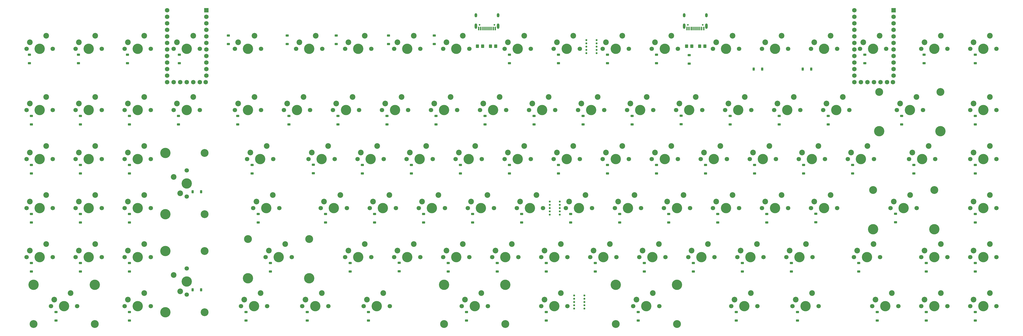
<source format=gbr>
%TF.GenerationSoftware,KiCad,Pcbnew,7.0.1*%
%TF.CreationDate,2023-05-04T08:54:13-07:00*%
%TF.ProjectId,split-kb,73706c69-742d-46b6-922e-6b696361645f,rev?*%
%TF.SameCoordinates,Original*%
%TF.FileFunction,Soldermask,Bot*%
%TF.FilePolarity,Negative*%
%FSLAX46Y46*%
G04 Gerber Fmt 4.6, Leading zero omitted, Abs format (unit mm)*
G04 Created by KiCad (PCBNEW 7.0.1) date 2023-05-04 08:54:13*
%MOMM*%
%LPD*%
G01*
G04 APERTURE LIST*
G04 Aperture macros list*
%AMRoundRect*
0 Rectangle with rounded corners*
0 $1 Rounding radius*
0 $2 $3 $4 $5 $6 $7 $8 $9 X,Y pos of 4 corners*
0 Add a 4 corners polygon primitive as box body*
4,1,4,$2,$3,$4,$5,$6,$7,$8,$9,$2,$3,0*
0 Add four circle primitives for the rounded corners*
1,1,$1+$1,$2,$3*
1,1,$1+$1,$4,$5*
1,1,$1+$1,$6,$7*
1,1,$1+$1,$8,$9*
0 Add four rect primitives between the rounded corners*
20,1,$1+$1,$2,$3,$4,$5,0*
20,1,$1+$1,$4,$5,$6,$7,0*
20,1,$1+$1,$6,$7,$8,$9,0*
20,1,$1+$1,$8,$9,$2,$3,0*%
G04 Aperture macros list end*
%ADD10C,1.700000*%
%ADD11C,4.000000*%
%ADD12C,2.200000*%
%ADD13C,3.050000*%
%ADD14C,0.787400*%
%ADD15RoundRect,0.225000X0.375000X-0.225000X0.375000X0.225000X-0.375000X0.225000X-0.375000X-0.225000X0*%
%ADD16RoundRect,0.225000X0.225000X0.375000X-0.225000X0.375000X-0.225000X-0.375000X0.225000X-0.375000X0*%
%ADD17R,1.752600X1.752600*%
%ADD18C,1.752600*%
%ADD19C,0.650000*%
%ADD20R,0.600000X1.450000*%
%ADD21R,0.300000X1.450000*%
%ADD22O,1.000000X1.600000*%
%ADD23O,1.000000X2.100000*%
%ADD24RoundRect,0.225000X-0.225000X-0.375000X0.225000X-0.375000X0.225000X0.375000X-0.225000X0.375000X0*%
%ADD25RoundRect,0.250000X-0.350000X-0.450000X0.350000X-0.450000X0.350000X0.450000X-0.350000X0.450000X0*%
%ADD26RoundRect,0.250000X0.350000X0.450000X-0.350000X0.450000X-0.350000X-0.450000X0.350000X-0.450000X0*%
G04 APERTURE END LIST*
D10*
%TO.C,MX97*%
X411638750Y-250825000D03*
D11*
X416718750Y-250825000D03*
D10*
X421798750Y-250825000D03*
D12*
X419258750Y-245745000D03*
X412908750Y-248285000D03*
%TD*%
D10*
%TO.C,MX61*%
X297338750Y-250825000D03*
D11*
X302418750Y-250825000D03*
D10*
X307498750Y-250825000D03*
D12*
X304958750Y-245745000D03*
X298608750Y-248285000D03*
%TD*%
D10*
%TO.C,MX39*%
X223520000Y-307975000D03*
D11*
X228600000Y-307975000D03*
D10*
X233680000Y-307975000D03*
D12*
X231140000Y-302895000D03*
X224790000Y-305435000D03*
%TD*%
D10*
%TO.C,MX80*%
X359251250Y-269875000D03*
D11*
X364331250Y-269875000D03*
D10*
X369411250Y-269875000D03*
D12*
X366871250Y-264795000D03*
X360521250Y-267335000D03*
%TD*%
D10*
%TO.C,MX11*%
X111601250Y-288925000D03*
D11*
X116681250Y-288925000D03*
D10*
X121761250Y-288925000D03*
D12*
X119221250Y-283845000D03*
X112871250Y-286385000D03*
%TD*%
D10*
%TO.C,MX67*%
X316388750Y-250825000D03*
D11*
X321468750Y-250825000D03*
D10*
X326548750Y-250825000D03*
D12*
X324008750Y-245745000D03*
X317658750Y-248285000D03*
%TD*%
D10*
%TO.C,MX5*%
X92551250Y-288925000D03*
D11*
X97631250Y-288925000D03*
D10*
X102711250Y-288925000D03*
D12*
X100171250Y-283845000D03*
X93821250Y-286385000D03*
%TD*%
D10*
%TO.C,MX102*%
X435451250Y-250825000D03*
D11*
X440531250Y-250825000D03*
D10*
X445611250Y-250825000D03*
D12*
X443071250Y-245745000D03*
X436721250Y-248285000D03*
%TD*%
D11*
%TO.C,MX21*%
X146526250Y-310350000D03*
D13*
X161766250Y-310350000D03*
D10*
X154781250Y-303530000D03*
D11*
X154781250Y-298450000D03*
D10*
X154781250Y-293370000D03*
D11*
X146526250Y-286550000D03*
D13*
X161766250Y-286550000D03*
D12*
X149701250Y-295910000D03*
X152241250Y-302260000D03*
%TD*%
D14*
%TO.C,REF\u002A\u002A*%
X314071000Y-209708750D03*
X314071000Y-208438750D03*
X314071000Y-207168750D03*
X314071000Y-205898750D03*
X314071000Y-204628750D03*
%TD*%
D10*
%TO.C,MX71*%
X359251250Y-207962500D03*
D11*
X364331250Y-207962500D03*
D10*
X369411250Y-207962500D03*
D12*
X366871250Y-202882500D03*
X360521250Y-205422500D03*
%TD*%
D10*
%TO.C,MX104*%
X459263750Y-288925000D03*
D11*
X464343750Y-288925000D03*
D10*
X469423750Y-288925000D03*
D12*
X466883750Y-283845000D03*
X460533750Y-286385000D03*
%TD*%
D10*
%TO.C,MX63*%
X311626250Y-288925000D03*
D11*
X316706250Y-288925000D03*
D10*
X321786250Y-288925000D03*
D12*
X319246250Y-283845000D03*
X312896250Y-286385000D03*
%TD*%
D10*
%TO.C,MX84*%
X383063750Y-231775000D03*
D11*
X388143750Y-231775000D03*
D10*
X393223750Y-231775000D03*
D12*
X390683750Y-226695000D03*
X384333750Y-229235000D03*
%TD*%
D10*
%TO.C,MX23*%
X173513750Y-231775000D03*
D11*
X178593750Y-231775000D03*
D10*
X183673750Y-231775000D03*
D12*
X181133750Y-226695000D03*
X174783750Y-229235000D03*
%TD*%
D14*
%TO.C,REF\u002A\u002A*%
X310102250Y-209708750D03*
X310102250Y-208438750D03*
X310102250Y-207168750D03*
X310102250Y-205898750D03*
X310102250Y-204628750D03*
%TD*%
D10*
%TO.C,MX32*%
X216376250Y-288925000D03*
D11*
X221456250Y-288925000D03*
D10*
X226536250Y-288925000D03*
D12*
X223996250Y-283845000D03*
X217646250Y-286385000D03*
%TD*%
D14*
%TO.C,REF\u002A\u002A*%
X309308500Y-308927500D03*
X309308500Y-307657500D03*
X309308500Y-306387500D03*
X309308500Y-305117500D03*
X309308500Y-303847500D03*
%TD*%
D10*
%TO.C,MX41*%
X230663750Y-231775000D03*
D11*
X235743750Y-231775000D03*
D10*
X240823750Y-231775000D03*
D12*
X238283750Y-226695000D03*
X231933750Y-229235000D03*
%TD*%
D10*
%TO.C,MX77*%
X378301250Y-207962500D03*
D11*
X383381250Y-207962500D03*
D10*
X388461250Y-207962500D03*
D12*
X385921250Y-202882500D03*
X379571250Y-205422500D03*
%TD*%
D10*
%TO.C,MX22*%
X173513750Y-207962500D03*
D11*
X178593750Y-207962500D03*
D10*
X183673750Y-207962500D03*
D12*
X181133750Y-202882500D03*
X174783750Y-205422500D03*
%TD*%
D10*
%TO.C,MX95*%
X440213750Y-207962500D03*
D11*
X445293750Y-207962500D03*
D10*
X450373750Y-207962500D03*
D12*
X447833750Y-202882500D03*
X441483750Y-205422500D03*
%TD*%
D10*
%TO.C,MX4*%
X92551250Y-269875000D03*
D11*
X97631250Y-269875000D03*
D10*
X102711250Y-269875000D03*
D12*
X100171250Y-264795000D03*
X93821250Y-267335000D03*
%TD*%
D10*
%TO.C,MX53*%
X268763750Y-231775000D03*
D11*
X273843750Y-231775000D03*
D10*
X278923750Y-231775000D03*
D12*
X276383750Y-226695000D03*
X270033750Y-229235000D03*
%TD*%
D10*
%TO.C,MX7*%
X111601250Y-207962500D03*
D11*
X116681250Y-207962500D03*
D10*
X121761250Y-207962500D03*
D12*
X119221250Y-202882500D03*
X112871250Y-205422500D03*
%TD*%
D10*
%TO.C,MX37*%
X225901250Y-269875000D03*
D11*
X230981250Y-269875000D03*
D10*
X236061250Y-269875000D03*
D12*
X233521250Y-264795000D03*
X227171250Y-267335000D03*
%TD*%
D10*
%TO.C,MX68*%
X321151250Y-269875000D03*
D11*
X326231250Y-269875000D03*
D10*
X331311250Y-269875000D03*
D12*
X328771250Y-264795000D03*
X322421250Y-267335000D03*
%TD*%
D10*
%TO.C,MX33*%
X199707500Y-307975000D03*
D11*
X204787500Y-307975000D03*
D10*
X209867500Y-307975000D03*
D12*
X207327500Y-302895000D03*
X200977500Y-305435000D03*
%TD*%
D10*
%TO.C,MX10*%
X111601250Y-269875000D03*
D11*
X116681250Y-269875000D03*
D10*
X121761250Y-269875000D03*
D12*
X119221250Y-264795000D03*
X112871250Y-267335000D03*
%TD*%
D10*
%TO.C,MX48*%
X259238750Y-250825000D03*
D11*
X264318750Y-250825000D03*
D10*
X269398750Y-250825000D03*
D12*
X266858750Y-245745000D03*
X260508750Y-248285000D03*
%TD*%
D10*
%TO.C,MX58*%
X287813750Y-231775000D03*
D11*
X292893750Y-231775000D03*
D10*
X297973750Y-231775000D03*
D12*
X295433750Y-226695000D03*
X289083750Y-229235000D03*
%TD*%
D10*
%TO.C,MX93*%
X414020000Y-288925000D03*
D11*
X419100000Y-288925000D03*
D10*
X424180000Y-288925000D03*
D12*
X421640000Y-283845000D03*
X415290000Y-286385000D03*
%TD*%
D10*
%TO.C,MX28*%
X197326250Y-207962500D03*
D11*
X202406250Y-207962500D03*
D10*
X207486250Y-207962500D03*
D12*
X204946250Y-202882500D03*
X198596250Y-205422500D03*
%TD*%
D10*
%TO.C,MX25*%
X180657500Y-269875000D03*
D11*
X185737500Y-269875000D03*
D10*
X190817500Y-269875000D03*
D12*
X188277500Y-264795000D03*
X181927500Y-267335000D03*
%TD*%
D10*
%TO.C,MX14*%
X130651250Y-250825000D03*
D11*
X135731250Y-250825000D03*
D10*
X140811250Y-250825000D03*
D12*
X138271250Y-245745000D03*
X131921250Y-248285000D03*
%TD*%
D10*
%TO.C,MX29*%
X192563750Y-231775000D03*
D11*
X197643750Y-231775000D03*
D10*
X202723750Y-231775000D03*
D12*
X200183750Y-226695000D03*
X193833750Y-229235000D03*
%TD*%
D10*
%TO.C,MX103*%
X459263750Y-269875000D03*
D11*
X464343750Y-269875000D03*
D10*
X469423750Y-269875000D03*
D12*
X466883750Y-264795000D03*
X460533750Y-267335000D03*
%TD*%
D10*
%TO.C,MX12*%
X130651250Y-207962500D03*
D11*
X135731250Y-207962500D03*
D10*
X140811250Y-207962500D03*
D12*
X138271250Y-202882500D03*
X131921250Y-205422500D03*
%TD*%
D10*
%TO.C,MX24*%
X178276250Y-250825000D03*
D11*
X183356250Y-250825000D03*
D10*
X188436250Y-250825000D03*
D12*
X185896250Y-245745000D03*
X179546250Y-248285000D03*
%TD*%
D10*
%TO.C,MX90*%
X402113750Y-231775000D03*
D11*
X407193750Y-231775000D03*
D10*
X412273750Y-231775000D03*
D12*
X409733750Y-226695000D03*
X403383750Y-229235000D03*
%TD*%
D10*
%TO.C,MX52*%
X278288750Y-207962500D03*
D11*
X283368750Y-207962500D03*
D10*
X288448750Y-207962500D03*
D12*
X285908750Y-202882500D03*
X279558750Y-205422500D03*
%TD*%
D10*
%TO.C,MX69*%
X330676250Y-288925000D03*
D11*
X335756250Y-288925000D03*
D10*
X340836250Y-288925000D03*
D12*
X338296250Y-283845000D03*
X331946250Y-286385000D03*
%TD*%
D10*
%TO.C,MX101*%
X459263750Y-231775000D03*
D11*
X464343750Y-231775000D03*
D10*
X469423750Y-231775000D03*
D12*
X466883750Y-226695000D03*
X460533750Y-229235000D03*
%TD*%
D10*
%TO.C,MX56*%
X292576250Y-288925000D03*
D11*
X297656250Y-288925000D03*
D10*
X302736250Y-288925000D03*
D12*
X300196250Y-283845000D03*
X293846250Y-286385000D03*
%TD*%
D10*
%TO.C,MX2*%
X92551250Y-231775000D03*
D11*
X97631250Y-231775000D03*
D10*
X102711250Y-231775000D03*
D12*
X100171250Y-226695000D03*
X93821250Y-229235000D03*
%TD*%
D10*
%TO.C,MX51*%
X292576250Y-307975000D03*
D11*
X297656250Y-307975000D03*
D10*
X302736250Y-307975000D03*
D12*
X300196250Y-302895000D03*
X293846250Y-305435000D03*
%TD*%
D11*
%TO.C,MX6*%
X95256250Y-299720000D03*
D13*
X95256250Y-314960000D03*
D10*
X102076250Y-307975000D03*
D11*
X107156250Y-307975000D03*
D10*
X112236250Y-307975000D03*
D11*
X119056250Y-299720000D03*
D13*
X119056250Y-314960000D03*
D12*
X109696250Y-302895000D03*
X103346250Y-305435000D03*
%TD*%
D10*
%TO.C,MX75*%
X349726250Y-288925000D03*
D11*
X354806250Y-288925000D03*
D10*
X359886250Y-288925000D03*
D12*
X357346250Y-283845000D03*
X350996250Y-286385000D03*
%TD*%
D10*
%TO.C,MX62*%
X302101250Y-269875000D03*
D11*
X307181250Y-269875000D03*
D10*
X312261250Y-269875000D03*
D12*
X309721250Y-264795000D03*
X303371250Y-267335000D03*
%TD*%
D10*
%TO.C,MX49*%
X264001250Y-269875000D03*
D11*
X269081250Y-269875000D03*
D10*
X274161250Y-269875000D03*
D12*
X271621250Y-264795000D03*
X265271250Y-267335000D03*
%TD*%
D10*
%TO.C,MX40*%
X235426250Y-207962500D03*
D11*
X240506250Y-207962500D03*
D10*
X245586250Y-207962500D03*
D12*
X243046250Y-202882500D03*
X236696250Y-205422500D03*
%TD*%
D10*
%TO.C,MX60*%
X306863750Y-231775000D03*
D11*
X311943750Y-231775000D03*
D10*
X317023750Y-231775000D03*
D12*
X314483750Y-226695000D03*
X308133750Y-229235000D03*
%TD*%
D11*
%TO.C,MX64*%
X321475000Y-299720000D03*
D13*
X321475000Y-314960000D03*
D10*
X328295000Y-307975000D03*
D11*
X333375000Y-307975000D03*
D10*
X338455000Y-307975000D03*
D11*
X345275000Y-299720000D03*
D13*
X345275000Y-314960000D03*
D12*
X335915000Y-302895000D03*
X329565000Y-305435000D03*
%TD*%
D10*
%TO.C,MX1*%
X92551250Y-207962500D03*
D11*
X97631250Y-207962500D03*
D10*
X102711250Y-207962500D03*
D12*
X100171250Y-202882500D03*
X93821250Y-205422500D03*
%TD*%
D10*
%TO.C,MX27*%
X175895000Y-307975000D03*
D11*
X180975000Y-307975000D03*
D10*
X186055000Y-307975000D03*
D12*
X183515000Y-302895000D03*
X177165000Y-305435000D03*
%TD*%
D10*
%TO.C,MX19*%
X149701250Y-231775000D03*
D11*
X154781250Y-231775000D03*
D10*
X159861250Y-231775000D03*
D12*
X157321250Y-226695000D03*
X150971250Y-229235000D03*
%TD*%
D10*
%TO.C,MX44*%
X254476250Y-288925000D03*
D11*
X259556250Y-288925000D03*
D10*
X264636250Y-288925000D03*
D12*
X262096250Y-283845000D03*
X255746250Y-286385000D03*
%TD*%
D10*
%TO.C,MX57*%
X297338750Y-207962500D03*
D11*
X302418750Y-207962500D03*
D10*
X307498750Y-207962500D03*
D12*
X304958750Y-202882500D03*
X298608750Y-205422500D03*
%TD*%
D13*
%TO.C,MX26*%
X178600000Y-281925000D03*
D11*
X178600000Y-297165000D03*
D10*
X185420000Y-288925000D03*
D11*
X190500000Y-288925000D03*
D10*
X195580000Y-288925000D03*
D13*
X202400000Y-281925000D03*
D11*
X202400000Y-297165000D03*
D12*
X193040000Y-283845000D03*
X186690000Y-286385000D03*
%TD*%
D10*
%TO.C,MX30*%
X202088750Y-250825000D03*
D11*
X207168750Y-250825000D03*
D10*
X212248750Y-250825000D03*
D12*
X209708750Y-245745000D03*
X203358750Y-248285000D03*
%TD*%
D10*
%TO.C,MX3*%
X92551250Y-250825000D03*
D11*
X97631250Y-250825000D03*
D10*
X102711250Y-250825000D03*
D12*
X100171250Y-245745000D03*
X93821250Y-248285000D03*
%TD*%
D14*
%TO.C,REF\u002A\u002A*%
X299783500Y-272415000D03*
X299783500Y-271145000D03*
X299783500Y-269875000D03*
X299783500Y-268605000D03*
X299783500Y-267335000D03*
%TD*%
D10*
%TO.C,MX9*%
X111601250Y-250825000D03*
D11*
X116681250Y-250825000D03*
D10*
X121761250Y-250825000D03*
D12*
X119221250Y-245745000D03*
X112871250Y-248285000D03*
%TD*%
D10*
%TO.C,MX54*%
X278288750Y-250825000D03*
D11*
X283368750Y-250825000D03*
D10*
X288448750Y-250825000D03*
D12*
X285908750Y-245745000D03*
X279558750Y-248285000D03*
%TD*%
D10*
%TO.C,MX46*%
X254476250Y-207962500D03*
D11*
X259556250Y-207962500D03*
D10*
X264636250Y-207962500D03*
D12*
X262096250Y-202882500D03*
X255746250Y-205422500D03*
%TD*%
D10*
%TO.C,MX82*%
X421163750Y-307975000D03*
D11*
X426243750Y-307975000D03*
D10*
X431323750Y-307975000D03*
D12*
X428783750Y-302895000D03*
X422433750Y-305435000D03*
%TD*%
D10*
%TO.C,MX79*%
X354488750Y-250825000D03*
D11*
X359568750Y-250825000D03*
D10*
X364648750Y-250825000D03*
D12*
X362108750Y-245745000D03*
X355758750Y-248285000D03*
%TD*%
D10*
%TO.C,MX94*%
X459263750Y-307975000D03*
D11*
X464343750Y-307975000D03*
D10*
X469423750Y-307975000D03*
D12*
X466883750Y-302895000D03*
X460533750Y-305435000D03*
%TD*%
D10*
%TO.C,MX81*%
X368776250Y-288925000D03*
D11*
X373856250Y-288925000D03*
D10*
X378936250Y-288925000D03*
D12*
X376396250Y-283845000D03*
X370046250Y-286385000D03*
%TD*%
D10*
%TO.C,MX88*%
X440213750Y-307975000D03*
D11*
X445293750Y-307975000D03*
D10*
X450373750Y-307975000D03*
D12*
X447833750Y-302895000D03*
X441483750Y-305435000D03*
%TD*%
D10*
%TO.C,MX35*%
X211613750Y-231775000D03*
D11*
X216693750Y-231775000D03*
D10*
X221773750Y-231775000D03*
D12*
X219233750Y-226695000D03*
X212883750Y-229235000D03*
%TD*%
D10*
%TO.C,MX99*%
X440213750Y-288925000D03*
D11*
X445293750Y-288925000D03*
D10*
X450373750Y-288925000D03*
D12*
X447833750Y-283845000D03*
X441483750Y-286385000D03*
%TD*%
D10*
%TO.C,MX43*%
X244951250Y-269875000D03*
D11*
X250031250Y-269875000D03*
D10*
X255111250Y-269875000D03*
D12*
X252571250Y-264795000D03*
X246221250Y-267335000D03*
%TD*%
D10*
%TO.C,MX87*%
X387826250Y-288925000D03*
D11*
X392906250Y-288925000D03*
D10*
X397986250Y-288925000D03*
D12*
X395446250Y-283845000D03*
X389096250Y-286385000D03*
%TD*%
D10*
%TO.C,MX76*%
X390207500Y-307975000D03*
D11*
X395287500Y-307975000D03*
D10*
X400367500Y-307975000D03*
D12*
X397827500Y-302895000D03*
X391477500Y-305435000D03*
%TD*%
D10*
%TO.C,MX59*%
X316388750Y-207962500D03*
D11*
X321468750Y-207962500D03*
D10*
X326548750Y-207962500D03*
D12*
X324008750Y-202882500D03*
X317658750Y-205422500D03*
%TD*%
D10*
%TO.C,MX92*%
X397351250Y-269875000D03*
D11*
X402431250Y-269875000D03*
D10*
X407511250Y-269875000D03*
D12*
X404971250Y-264795000D03*
X398621250Y-267335000D03*
%TD*%
D10*
%TO.C,MX50*%
X273526250Y-288925000D03*
D11*
X278606250Y-288925000D03*
D10*
X283686250Y-288925000D03*
D12*
X281146250Y-283845000D03*
X274796250Y-286385000D03*
%TD*%
D10*
%TO.C,MX38*%
X235426250Y-288925000D03*
D11*
X240506250Y-288925000D03*
D10*
X245586250Y-288925000D03*
D12*
X243046250Y-283845000D03*
X236696250Y-286385000D03*
%TD*%
D10*
%TO.C,MX74*%
X340201250Y-269875000D03*
D11*
X345281250Y-269875000D03*
D10*
X350361250Y-269875000D03*
D12*
X347821250Y-264795000D03*
X341471250Y-267335000D03*
%TD*%
D10*
%TO.C,MX34*%
X216376250Y-207962500D03*
D11*
X221456250Y-207962500D03*
D10*
X226536250Y-207962500D03*
D12*
X223996250Y-202882500D03*
X217646250Y-205422500D03*
%TD*%
D10*
%TO.C,MX55*%
X283051250Y-269875000D03*
D11*
X288131250Y-269875000D03*
D10*
X293211250Y-269875000D03*
D12*
X290671250Y-264795000D03*
X284321250Y-267335000D03*
%TD*%
D10*
%TO.C,MX42*%
X240188750Y-250825000D03*
D11*
X245268750Y-250825000D03*
D10*
X250348750Y-250825000D03*
D12*
X247808750Y-245745000D03*
X241458750Y-248285000D03*
%TD*%
D10*
%TO.C,MX66*%
X325913750Y-231775000D03*
D11*
X330993750Y-231775000D03*
D10*
X336073750Y-231775000D03*
D12*
X333533750Y-226695000D03*
X327183750Y-229235000D03*
%TD*%
D10*
%TO.C,MX47*%
X249713750Y-231775000D03*
D11*
X254793750Y-231775000D03*
D10*
X259873750Y-231775000D03*
D12*
X257333750Y-226695000D03*
X250983750Y-229235000D03*
%TD*%
D14*
%TO.C,REF\u002A\u002A*%
X295814750Y-272415000D03*
X295814750Y-271145000D03*
X295814750Y-269875000D03*
X295814750Y-268605000D03*
X295814750Y-267335000D03*
%TD*%
D10*
%TO.C,MX72*%
X344963750Y-231775000D03*
D11*
X350043750Y-231775000D03*
D10*
X355123750Y-231775000D03*
D12*
X352583750Y-226695000D03*
X346233750Y-229235000D03*
%TD*%
D10*
%TO.C,MX78*%
X364013750Y-231775000D03*
D11*
X369093750Y-231775000D03*
D10*
X374173750Y-231775000D03*
D12*
X371633750Y-226695000D03*
X365283750Y-229235000D03*
%TD*%
D10*
%TO.C,MX65*%
X335438750Y-207962500D03*
D11*
X340518750Y-207962500D03*
D10*
X345598750Y-207962500D03*
D12*
X343058750Y-202882500D03*
X336708750Y-205422500D03*
%TD*%
D10*
%TO.C,MX105*%
X459263750Y-250825000D03*
D11*
X464343750Y-250825000D03*
D10*
X469423750Y-250825000D03*
D12*
X466883750Y-245745000D03*
X460533750Y-248285000D03*
%TD*%
D10*
%TO.C,MX73*%
X335438750Y-250825000D03*
D11*
X340518750Y-250825000D03*
D10*
X345598750Y-250825000D03*
D12*
X343058750Y-245745000D03*
X336708750Y-248285000D03*
%TD*%
D13*
%TO.C,MX98*%
X421487500Y-262875000D03*
D11*
X421487500Y-278115000D03*
D10*
X428307500Y-269875000D03*
D11*
X433387500Y-269875000D03*
D10*
X438467500Y-269875000D03*
D13*
X445287500Y-262875000D03*
D11*
X445287500Y-278115000D03*
D12*
X435927500Y-264795000D03*
X429577500Y-267335000D03*
%TD*%
D10*
%TO.C,MX86*%
X378301250Y-269875000D03*
D11*
X383381250Y-269875000D03*
D10*
X388461250Y-269875000D03*
D12*
X385921250Y-264795000D03*
X379571250Y-267335000D03*
%TD*%
D10*
%TO.C,MX83*%
X397351250Y-207962500D03*
D11*
X402431250Y-207962500D03*
D10*
X407511250Y-207962500D03*
D12*
X404971250Y-202882500D03*
X398621250Y-205422500D03*
%TD*%
D10*
%TO.C,MX70*%
X366395000Y-307975000D03*
D11*
X371475000Y-307975000D03*
D10*
X376555000Y-307975000D03*
D12*
X374015000Y-302895000D03*
X367665000Y-305435000D03*
%TD*%
D10*
%TO.C,MX36*%
X221138750Y-250825000D03*
D11*
X226218750Y-250825000D03*
D10*
X231298750Y-250825000D03*
D12*
X228758750Y-245745000D03*
X222408750Y-248285000D03*
%TD*%
D10*
%TO.C,MX13*%
X130651250Y-231775000D03*
D11*
X135731250Y-231775000D03*
D10*
X140811250Y-231775000D03*
D12*
X138271250Y-226695000D03*
X131921250Y-229235000D03*
%TD*%
D10*
%TO.C,MX17*%
X130651250Y-307975000D03*
D11*
X135731250Y-307975000D03*
D10*
X140811250Y-307975000D03*
D12*
X138271250Y-302895000D03*
X131921250Y-305435000D03*
%TD*%
D10*
%TO.C,MX89*%
X416401250Y-207962500D03*
D11*
X421481250Y-207962500D03*
D10*
X426561250Y-207962500D03*
D12*
X424021250Y-202882500D03*
X417671250Y-205422500D03*
%TD*%
D10*
%TO.C,MX15*%
X130651250Y-269875000D03*
D11*
X135731250Y-269875000D03*
D10*
X140811250Y-269875000D03*
D12*
X138271250Y-264795000D03*
X131921250Y-267335000D03*
%TD*%
D10*
%TO.C,MX100*%
X459263750Y-207962500D03*
D11*
X464343750Y-207962500D03*
D10*
X469423750Y-207962500D03*
D12*
X466883750Y-202882500D03*
X460533750Y-205422500D03*
%TD*%
D10*
%TO.C,MX91*%
X392588750Y-250825000D03*
D11*
X397668750Y-250825000D03*
D10*
X402748750Y-250825000D03*
D12*
X400208750Y-245745000D03*
X393858750Y-248285000D03*
%TD*%
D10*
%TO.C,MX8*%
X111601250Y-231775000D03*
D11*
X116681250Y-231775000D03*
D10*
X121761250Y-231775000D03*
D12*
X119221250Y-226695000D03*
X112871250Y-229235000D03*
%TD*%
D10*
%TO.C,MX16*%
X130651250Y-288925000D03*
D11*
X135731250Y-288925000D03*
D10*
X140811250Y-288925000D03*
D12*
X138271250Y-283845000D03*
X131921250Y-286385000D03*
%TD*%
D11*
%TO.C,MX20*%
X146526250Y-272250000D03*
D13*
X161766250Y-272250000D03*
D10*
X154781250Y-265430000D03*
D11*
X154781250Y-260350000D03*
D10*
X154781250Y-255270000D03*
D11*
X146526250Y-248450000D03*
D13*
X161766250Y-248450000D03*
D12*
X149701250Y-257810000D03*
X152241250Y-264160000D03*
%TD*%
D13*
%TO.C,MX96*%
X423868750Y-224775000D03*
D11*
X423868750Y-240015000D03*
D10*
X430688750Y-231775000D03*
D11*
X435768750Y-231775000D03*
D10*
X440848750Y-231775000D03*
D13*
X447668750Y-224775000D03*
D11*
X447668750Y-240015000D03*
D12*
X438308750Y-226695000D03*
X431958750Y-229235000D03*
%TD*%
D10*
%TO.C,MX85*%
X373538750Y-250825000D03*
D11*
X378618750Y-250825000D03*
D10*
X383698750Y-250825000D03*
D12*
X381158750Y-245745000D03*
X374808750Y-248285000D03*
%TD*%
D10*
%TO.C,MX18*%
X149701250Y-207962500D03*
D11*
X154781250Y-207962500D03*
D10*
X159861250Y-207962500D03*
D12*
X157321250Y-202882500D03*
X150971250Y-205422500D03*
%TD*%
D10*
%TO.C,MX31*%
X206851250Y-269875000D03*
D11*
X211931250Y-269875000D03*
D10*
X217011250Y-269875000D03*
D12*
X214471250Y-264795000D03*
X208121250Y-267335000D03*
%TD*%
D14*
%TO.C,REF\u002A\u002A*%
X305339750Y-308927500D03*
X305339750Y-307657500D03*
X305339750Y-306387500D03*
X305339750Y-305117500D03*
X305339750Y-303847500D03*
%TD*%
D11*
%TO.C,MX45*%
X254800000Y-299720000D03*
D13*
X254800000Y-314960000D03*
D10*
X261620000Y-307975000D03*
D11*
X266700000Y-307975000D03*
D10*
X271780000Y-307975000D03*
D11*
X278600000Y-299720000D03*
D13*
X278600000Y-314960000D03*
D12*
X269240000Y-302895000D03*
X262890000Y-305435000D03*
%TD*%
D15*
%TO.C,D41*%
X237331250Y-294481250D03*
X237331250Y-291181250D03*
%TD*%
%TO.C,D53*%
X275431250Y-294543750D03*
X275431250Y-291243750D03*
%TD*%
%TO.C,D83*%
X361156250Y-275493750D03*
X361156250Y-272193750D03*
%TD*%
D16*
%TO.C,D23*%
X160400000Y-263525000D03*
X157100000Y-263525000D03*
%TD*%
D15*
%TO.C,D108*%
X461168750Y-256443750D03*
X461168750Y-253143750D03*
%TD*%
%TO.C,D51*%
X261143750Y-256443750D03*
X261143750Y-253143750D03*
%TD*%
%TO.C,D52*%
X265906250Y-275493750D03*
X265906250Y-272193750D03*
%TD*%
%TO.C,D39*%
X223043750Y-256443750D03*
X223043750Y-253143750D03*
%TD*%
%TO.C,D13*%
X113506250Y-275493750D03*
X113506250Y-272193750D03*
%TD*%
%TO.C,D40*%
X227806250Y-275493750D03*
X227806250Y-272193750D03*
%TD*%
%TO.C,D48*%
X263525000Y-313593750D03*
X263525000Y-310293750D03*
%TD*%
%TO.C,D69*%
X327818750Y-237393750D03*
X327818750Y-234093750D03*
%TD*%
D17*
%TO.C,U1*%
X162401250Y-193040000D03*
D18*
X162401250Y-195580000D03*
X162401250Y-198120000D03*
X162401250Y-200660000D03*
X162401250Y-203200000D03*
X162401250Y-205740000D03*
X162401250Y-208280000D03*
X162401250Y-210820000D03*
X162401250Y-213360000D03*
X162401250Y-215900000D03*
X162401250Y-218440000D03*
X162172650Y-220980000D03*
X147161250Y-220980000D03*
X147161250Y-218440000D03*
X147161250Y-215900000D03*
X147161250Y-213360000D03*
X147161250Y-210820000D03*
X147161250Y-208280000D03*
X147161250Y-205740000D03*
X147161250Y-203200000D03*
X147161250Y-200660000D03*
X147161250Y-198120000D03*
X147161250Y-195580000D03*
X147161250Y-193040000D03*
X159861250Y-220980000D03*
X157321250Y-220980000D03*
X154781250Y-220980000D03*
X152241250Y-220980000D03*
X149701250Y-220980000D03*
%TD*%
D15*
%TO.C,D30*%
X177800000Y-313593750D03*
X177800000Y-310293750D03*
%TD*%
%TO.C,D8*%
X94456250Y-294543750D03*
X94456250Y-291243750D03*
%TD*%
%TO.C,D88*%
X375443750Y-256443750D03*
X375443750Y-253143750D03*
%TD*%
%TO.C,D84*%
X370681250Y-294543750D03*
X370681250Y-291243750D03*
%TD*%
%TO.C,D107*%
X461168750Y-294543750D03*
X461168750Y-291243750D03*
%TD*%
%TO.C,D63*%
X308768750Y-237393750D03*
X308768750Y-234093750D03*
%TD*%
D19*
%TO.C,P2*%
X349535000Y-198656250D03*
X355315000Y-198656250D03*
D20*
X349175000Y-200101250D03*
X349975000Y-200101250D03*
D21*
X351175000Y-200101250D03*
X352175000Y-200101250D03*
X352675000Y-200101250D03*
X353675000Y-200101250D03*
D20*
X354875000Y-200101250D03*
X355675000Y-200101250D03*
X355675000Y-200101250D03*
X354875000Y-200101250D03*
D21*
X354175000Y-200101250D03*
X353175000Y-200101250D03*
X351675000Y-200101250D03*
X350675000Y-200101250D03*
D20*
X349975000Y-200101250D03*
X349175000Y-200101250D03*
D22*
X348105000Y-195006250D03*
D23*
X348105000Y-199186250D03*
D22*
X356745000Y-195006250D03*
D23*
X356745000Y-199186250D03*
%TD*%
D15*
%TO.C,D92*%
X418306250Y-213581250D03*
X418306250Y-210281250D03*
%TD*%
%TO.C,D59*%
X294481250Y-294543750D03*
X294481250Y-291243750D03*
%TD*%
%TO.C,D31*%
X193833750Y-206120000D03*
X193833750Y-202820000D03*
%TD*%
D19*
%TO.C,P1*%
X268572500Y-198656250D03*
X274352500Y-198656250D03*
D20*
X268212500Y-200101250D03*
X269012500Y-200101250D03*
D21*
X270212500Y-200101250D03*
X271212500Y-200101250D03*
X271712500Y-200101250D03*
X272712500Y-200101250D03*
D20*
X273912500Y-200101250D03*
X274712500Y-200101250D03*
X274712500Y-200101250D03*
X273912500Y-200101250D03*
D21*
X273212500Y-200101250D03*
X272212500Y-200101250D03*
X270712500Y-200101250D03*
X269712500Y-200101250D03*
D20*
X269012500Y-200101250D03*
X268212500Y-200101250D03*
D22*
X267142500Y-195006250D03*
D23*
X267142500Y-199186250D03*
D22*
X275782500Y-195006250D03*
D23*
X275782500Y-199186250D03*
%TD*%
D15*
%TO.C,D29*%
X187325000Y-294543750D03*
X187325000Y-291243750D03*
%TD*%
%TO.C,D93*%
X404018750Y-237393750D03*
X404018750Y-234093750D03*
%TD*%
%TO.C,D15*%
X131762500Y-213581250D03*
X131762500Y-210281250D03*
%TD*%
%TO.C,D18*%
X132556250Y-275493750D03*
X132556250Y-272193750D03*
%TD*%
%TO.C,D70*%
X318293750Y-256443750D03*
X318293750Y-253143750D03*
%TD*%
%TO.C,D56*%
X270668750Y-237393750D03*
X270668750Y-234093750D03*
%TD*%
%TO.C,D79*%
X392112500Y-313593750D03*
X392112500Y-310293750D03*
%TD*%
%TO.C,D25*%
X170973750Y-206120000D03*
X170973750Y-202820000D03*
%TD*%
%TO.C,D75*%
X346868750Y-237331250D03*
X346868750Y-234031250D03*
%TD*%
%TO.C,D71*%
X323056250Y-275493750D03*
X323056250Y-272193750D03*
%TD*%
%TO.C,D78*%
X351631250Y-294543750D03*
X351631250Y-291243750D03*
%TD*%
%TO.C,D65*%
X304006250Y-275493750D03*
X304006250Y-272193750D03*
%TD*%
%TO.C,D47*%
X256381250Y-294543750D03*
X256381250Y-291243750D03*
%TD*%
%TO.C,D22*%
X151606250Y-237393750D03*
X151606250Y-234093750D03*
%TD*%
%TO.C,D21*%
X151923750Y-213581250D03*
X151923750Y-210281250D03*
%TD*%
%TO.C,D34*%
X208756250Y-275493750D03*
X208756250Y-272193750D03*
%TD*%
%TO.C,D10*%
X112712500Y-213581250D03*
X112712500Y-210281250D03*
%TD*%
%TO.C,D104*%
X461168750Y-237393750D03*
X461168750Y-234093750D03*
%TD*%
%TO.C,D11*%
X113506250Y-237393750D03*
X113506250Y-234093750D03*
%TD*%
%TO.C,D19*%
X132556250Y-294543750D03*
X132556250Y-291243750D03*
%TD*%
%TO.C,D99*%
X432593750Y-237393750D03*
X432593750Y-234093750D03*
%TD*%
%TO.C,D68*%
X337343750Y-213581250D03*
X337343750Y-210281250D03*
%TD*%
%TO.C,D38*%
X213518750Y-237393750D03*
X213518750Y-234093750D03*
%TD*%
%TO.C,D7*%
X94456250Y-275493750D03*
X94456250Y-272193750D03*
%TD*%
%TO.C,D90*%
X389731250Y-294543750D03*
X389731250Y-291243750D03*
%TD*%
D24*
%TO.C,D86*%
X394113750Y-215900000D03*
X397413750Y-215900000D03*
%TD*%
D15*
%TO.C,D32*%
X194468750Y-237393750D03*
X194468750Y-234093750D03*
%TD*%
%TO.C,D6*%
X94456250Y-256443750D03*
X94456250Y-253143750D03*
%TD*%
%TO.C,D54*%
X294481250Y-313593750D03*
X294481250Y-310293750D03*
%TD*%
%TO.C,D35*%
X218281250Y-294543750D03*
X218281250Y-291243750D03*
%TD*%
%TO.C,D103*%
X461168750Y-213581250D03*
X461168750Y-210281250D03*
%TD*%
%TO.C,D46*%
X246856250Y-275493750D03*
X246856250Y-272193750D03*
%TD*%
%TO.C,D97*%
X461168750Y-313593750D03*
X461168750Y-310293750D03*
%TD*%
%TO.C,D105*%
X437356250Y-256443750D03*
X437356250Y-253143750D03*
%TD*%
%TO.C,D33*%
X203993750Y-256381250D03*
X203993750Y-253081250D03*
%TD*%
%TO.C,D44*%
X232568750Y-237393750D03*
X232568750Y-234093750D03*
%TD*%
%TO.C,D42*%
X225425000Y-313593750D03*
X225425000Y-310293750D03*
%TD*%
%TO.C,D60*%
X299243750Y-213581250D03*
X299243750Y-210281250D03*
%TD*%
%TO.C,D61*%
X289718750Y-237393750D03*
X289718750Y-234093750D03*
%TD*%
%TO.C,D73*%
X368300000Y-313593750D03*
X368300000Y-310293750D03*
%TD*%
%TO.C,D72*%
X332581250Y-294543750D03*
X332581250Y-291243750D03*
%TD*%
%TO.C,D87*%
X384968750Y-237393750D03*
X384968750Y-234093750D03*
%TD*%
%TO.C,D36*%
X201612500Y-313593750D03*
X201612500Y-310293750D03*
%TD*%
%TO.C,D9*%
X103981250Y-313593750D03*
X103981250Y-310293750D03*
%TD*%
%TO.C,D43*%
X233203750Y-206120000D03*
X233203750Y-202820000D03*
%TD*%
%TO.C,D26*%
X174625000Y-237393750D03*
X174625000Y-234093750D03*
%TD*%
%TO.C,D64*%
X299243750Y-256443750D03*
X299243750Y-253143750D03*
%TD*%
D16*
%TO.C,D24*%
X160400000Y-301625000D03*
X157100000Y-301625000D03*
%TD*%
D15*
%TO.C,D16*%
X132556250Y-237393750D03*
X132556250Y-234093750D03*
%TD*%
%TO.C,D98*%
X441325000Y-213581250D03*
X441325000Y-210281250D03*
%TD*%
%TO.C,D91*%
X442118750Y-313593750D03*
X442118750Y-310293750D03*
%TD*%
%TO.C,D82*%
X356393750Y-256443750D03*
X356393750Y-253143750D03*
%TD*%
D25*
%TO.C,R7*%
X349043750Y-207010000D03*
X351043750Y-207010000D03*
%TD*%
D15*
%TO.C,D66*%
X313531250Y-294543750D03*
X313531250Y-291243750D03*
%TD*%
%TO.C,D57*%
X280193750Y-256443750D03*
X280193750Y-253143750D03*
%TD*%
%TO.C,D12*%
X113506250Y-256443750D03*
X113506250Y-253143750D03*
%TD*%
%TO.C,D62*%
X318293750Y-213581250D03*
X318293750Y-210281250D03*
%TD*%
%TO.C,D5*%
X94456250Y-237393750D03*
X94456250Y-234093750D03*
%TD*%
%TO.C,D106*%
X461168750Y-275493750D03*
X461168750Y-272193750D03*
%TD*%
%TO.C,D89*%
X380206250Y-275493750D03*
X380206250Y-272193750D03*
%TD*%
D17*
%TO.C,U2*%
X429418750Y-193040000D03*
D18*
X429418750Y-195580000D03*
X429418750Y-198120000D03*
X429418750Y-200660000D03*
X429418750Y-203200000D03*
X429418750Y-205740000D03*
X429418750Y-208280000D03*
X429418750Y-210820000D03*
X429418750Y-213360000D03*
X429418750Y-215900000D03*
X429418750Y-218440000D03*
X429190150Y-220980000D03*
X414178750Y-220980000D03*
X414178750Y-218440000D03*
X414178750Y-215900000D03*
X414178750Y-213360000D03*
X414178750Y-210820000D03*
X414178750Y-208280000D03*
X414178750Y-205740000D03*
X414178750Y-203200000D03*
X414178750Y-200660000D03*
X414178750Y-198120000D03*
X414178750Y-195580000D03*
X414178750Y-193040000D03*
X426878750Y-220980000D03*
X424338750Y-220980000D03*
X421798750Y-220980000D03*
X419258750Y-220980000D03*
X416718750Y-220980000D03*
%TD*%
D15*
%TO.C,D55*%
X280193750Y-213581250D03*
X280193750Y-210281250D03*
%TD*%
%TO.C,D100*%
X413543750Y-256443750D03*
X413543750Y-253143750D03*
%TD*%
%TO.C,D94*%
X394493750Y-256443750D03*
X394493750Y-253143750D03*
%TD*%
%TO.C,D81*%
X365918750Y-237393750D03*
X365918750Y-234093750D03*
%TD*%
%TO.C,D101*%
X430212500Y-275431250D03*
X430212500Y-272131250D03*
%TD*%
%TO.C,D76*%
X337343750Y-256443750D03*
X337343750Y-253143750D03*
%TD*%
%TO.C,D96*%
X415925000Y-294543750D03*
X415925000Y-291243750D03*
%TD*%
%TO.C,D95*%
X399256250Y-275431250D03*
X399256250Y-272131250D03*
%TD*%
%TO.C,D50*%
X251618750Y-237393750D03*
X251618750Y-234093750D03*
%TD*%
%TO.C,D20*%
X132556250Y-313593750D03*
X132556250Y-310293750D03*
%TD*%
D26*
%TO.C,R6*%
X356123750Y-207010000D03*
X354123750Y-207010000D03*
%TD*%
D15*
%TO.C,D37*%
X212883750Y-206120000D03*
X212883750Y-202820000D03*
%TD*%
%TO.C,D102*%
X442118750Y-294543750D03*
X442118750Y-291243750D03*
%TD*%
%TO.C,D77*%
X342106250Y-275493750D03*
X342106250Y-272193750D03*
%TD*%
%TO.C,D67*%
X330200000Y-313593750D03*
X330200000Y-310293750D03*
%TD*%
%TO.C,D49*%
X250983750Y-206120000D03*
X250983750Y-202820000D03*
%TD*%
%TO.C,D28*%
X182562500Y-275493750D03*
X182562500Y-272193750D03*
%TD*%
%TO.C,D17*%
X132556250Y-256443750D03*
X132556250Y-253143750D03*
%TD*%
D25*
%TO.C,R3*%
X267763750Y-207010000D03*
X269763750Y-207010000D03*
%TD*%
D15*
%TO.C,D74*%
X350043750Y-213740000D03*
X350043750Y-210440000D03*
%TD*%
%TO.C,D14*%
X113506250Y-294543750D03*
X113506250Y-291243750D03*
%TD*%
%TO.C,D58*%
X284956250Y-275493750D03*
X284956250Y-272193750D03*
%TD*%
D24*
%TO.C,D80*%
X375063750Y-215900000D03*
X378363750Y-215900000D03*
%TD*%
D15*
%TO.C,D85*%
X423068750Y-313593750D03*
X423068750Y-310293750D03*
%TD*%
%TO.C,D45*%
X242093750Y-256443750D03*
X242093750Y-253143750D03*
%TD*%
%TO.C,D4*%
X93662500Y-213581250D03*
X93662500Y-210281250D03*
%TD*%
%TO.C,D27*%
X180181250Y-256443750D03*
X180181250Y-253143750D03*
%TD*%
D26*
%TO.C,R2*%
X274843750Y-207010000D03*
X272843750Y-207010000D03*
%TD*%
M02*

</source>
